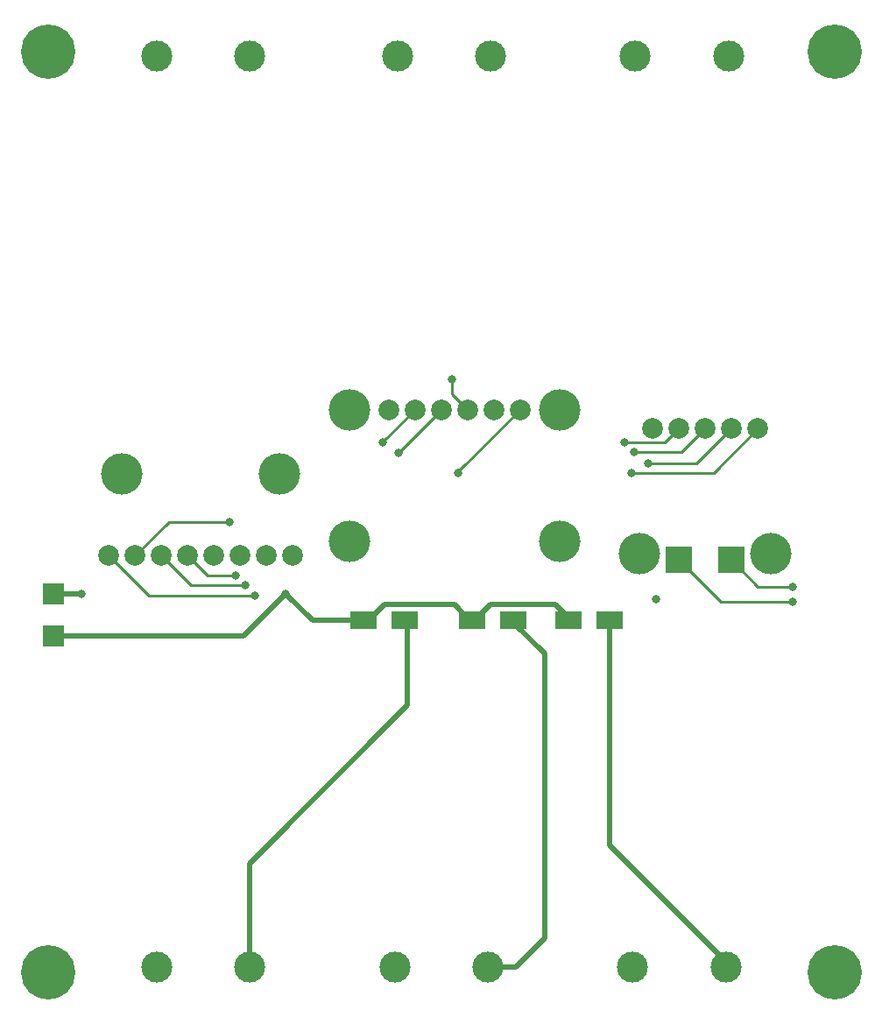
<source format=gbr>
%TF.GenerationSoftware,KiCad,Pcbnew,(5.1.10)-1*%
%TF.CreationDate,2022-06-07T20:11:27-07:00*%
%TF.ProjectId,solar-panel-NoCutout,736f6c61-722d-4706-916e-656c2d4e6f43,1.0*%
%TF.SameCoordinates,Original*%
%TF.FileFunction,Copper,L1,Top*%
%TF.FilePolarity,Positive*%
%FSLAX46Y46*%
G04 Gerber Fmt 4.6, Leading zero omitted, Abs format (unit mm)*
G04 Created by KiCad (PCBNEW (5.1.10)-1) date 2022-06-07 20:11:27*
%MOMM*%
%LPD*%
G01*
G04 APERTURE LIST*
%TA.AperFunction,SMDPad,CuDef*%
%ADD10R,2.000000X2.000000*%
%TD*%
%TA.AperFunction,SMDPad,CuDef*%
%ADD11C,4.000000*%
%TD*%
%TA.AperFunction,SMDPad,CuDef*%
%ADD12C,2.000000*%
%TD*%
%TA.AperFunction,ComponentPad*%
%ADD13C,5.250000*%
%TD*%
%TA.AperFunction,SMDPad,CuDef*%
%ADD14R,2.500000X2.500000*%
%TD*%
%TA.AperFunction,ComponentPad*%
%ADD15C,3.000000*%
%TD*%
%TA.AperFunction,SMDPad,CuDef*%
%ADD16R,2.500000X1.700000*%
%TD*%
%TA.AperFunction,ViaPad*%
%ADD17C,0.800000*%
%TD*%
%TA.AperFunction,Conductor*%
%ADD18C,0.250000*%
%TD*%
%TA.AperFunction,Conductor*%
%ADD19C,0.500000*%
%TD*%
G04 APERTURE END LIST*
D10*
%TO.P,J7,1*%
%TO.N,VSOLAR*%
X107000000Y-126800000D03*
%TD*%
%TO.P,J6,1*%
%TO.N,GND*%
X107000000Y-122750000D03*
%TD*%
D11*
%TO.P,U1,7*%
%TO.N,Net-(U1-Pad7)*%
X155910000Y-117600000D03*
%TO.P,U1,8*%
%TO.N,Net-(U1-Pad8)*%
X135590000Y-117600000D03*
%TO.P,U1,9*%
%TO.N,Net-(U1-Pad9)*%
X155910000Y-104900000D03*
D12*
%TO.P,U1,2*%
%TO.N,Net-(U1-Pad2)*%
X149560000Y-104900000D03*
%TO.P,U1,3*%
%TO.N,GND*%
X147020000Y-104900000D03*
%TO.P,U1,1*%
%TO.N,+3V3*%
X152100000Y-104900000D03*
%TO.P,U1,6*%
%TO.N,Net-(U1-Pad6)*%
X139400000Y-104900000D03*
%TO.P,U1,5*%
%TO.N,SDA*%
X141940000Y-104900000D03*
%TO.P,U1,4*%
%TO.N,SCL*%
X144480000Y-104900000D03*
D11*
%TO.P,U1,10*%
%TO.N,Net-(U1-Pad10)*%
X135590000Y-104900000D03*
%TD*%
D13*
%TO.P,J2,1*%
%TO.N,Net-(J2-Pad1)*%
X106500000Y-70300000D03*
%TD*%
%TO.P,J5,1*%
%TO.N,Net-(J5-Pad1)*%
X182500000Y-159300000D03*
%TD*%
%TO.P,J4,1*%
%TO.N,Net-(J4-Pad1)*%
X182500000Y-70300000D03*
%TD*%
%TO.P,J3,1*%
%TO.N,Net-(J3-Pad1)*%
X106500000Y-159300000D03*
%TD*%
D11*
%TO.P,U3,9*%
%TO.N,Net-(U3-Pad9)*%
X113630000Y-111126000D03*
%TO.P,U3,10*%
%TO.N,Net-(U3-Pad10)*%
X128870000Y-111126000D03*
D12*
%TO.P,U3,3*%
%TO.N,SCL*%
X117440000Y-119000000D03*
%TO.P,U3,4*%
%TO.N,SDA*%
X119980000Y-119000000D03*
%TO.P,U3,1*%
%TO.N,+3V3*%
X112360000Y-119000000D03*
%TO.P,U3,2*%
%TO.N,GND*%
X114900000Y-119000000D03*
%TO.P,U3,8*%
%TO.N,Net-(U3-Pad8)*%
X130140000Y-119000000D03*
%TO.P,U3,7*%
%TO.N,Net-(U3-Pad7)*%
X127600000Y-119000000D03*
%TO.P,U3,6*%
%TO.N,Net-(U3-Pad6)*%
X125060000Y-119000000D03*
%TO.P,U3,5*%
%TO.N,Net-(U3-Pad5)*%
X122520000Y-119000000D03*
%TD*%
D14*
%TO.P,U2,7*%
%TO.N,Net-(U2-Pad6)*%
X167460000Y-119450000D03*
%TO.P,U2,6*%
X172540000Y-119450000D03*
D11*
%TO.P,U2,9*%
%TO.N,Net-(U2-Pad9)*%
X163650000Y-118815000D03*
%TO.P,U2,8*%
%TO.N,Net-(U2-Pad8)*%
X176350000Y-118815000D03*
D12*
%TO.P,U2,1*%
%TO.N,+3V3*%
X175080000Y-106750000D03*
%TO.P,U2,2*%
%TO.N,GND*%
X172540000Y-106750000D03*
%TO.P,U2,5*%
%TO.N,Net-(U2-Pad5)*%
X164920000Y-106750000D03*
%TO.P,U2,4*%
%TO.N,SDA*%
X167460000Y-106750000D03*
%TO.P,U2,3*%
%TO.N,SCL*%
X170000000Y-106750000D03*
%TD*%
D15*
%TO.P,SC6,2*%
%TO.N,GND*%
X172250000Y-70750000D03*
%TO.P,SC6,1*%
%TO.N,Net-(SC5-Pad2)*%
X163250000Y-70750000D03*
%TD*%
%TO.P,SC5,2*%
%TO.N,Net-(SC5-Pad2)*%
X163000000Y-158750000D03*
%TO.P,SC5,1*%
%TO.N,Net-(D3-Pad2)*%
X172000000Y-158750000D03*
%TD*%
%TO.P,SC4,2*%
%TO.N,GND*%
X149250000Y-70750000D03*
%TO.P,SC4,1*%
%TO.N,Net-(SC3-Pad2)*%
X140250000Y-70750000D03*
%TD*%
%TO.P,SC3,2*%
%TO.N,Net-(SC3-Pad2)*%
X140000000Y-158750000D03*
%TO.P,SC3,1*%
%TO.N,Net-(D2-Pad2)*%
X149000000Y-158750000D03*
%TD*%
%TO.P,SC2,2*%
%TO.N,GND*%
X126000000Y-70750000D03*
%TO.P,SC2,1*%
%TO.N,Net-(SC1-Pad2)*%
X117000000Y-70750000D03*
%TD*%
%TO.P,SC1,2*%
%TO.N,Net-(SC1-Pad2)*%
X117000000Y-158750000D03*
%TO.P,SC1,1*%
%TO.N,Net-(D1-Pad2)*%
X126000000Y-158750000D03*
%TD*%
D16*
%TO.P,D3,2*%
%TO.N,Net-(D3-Pad2)*%
X160750000Y-125250000D03*
%TO.P,D3,1*%
%TO.N,VSOLAR*%
X156750000Y-125250000D03*
%TD*%
%TO.P,D2,2*%
%TO.N,Net-(D2-Pad2)*%
X151500000Y-125250000D03*
%TO.P,D2,1*%
%TO.N,VSOLAR*%
X147500000Y-125250000D03*
%TD*%
%TO.P,D1,2*%
%TO.N,Net-(D1-Pad2)*%
X141000000Y-125250000D03*
%TO.P,D1,1*%
%TO.N,VSOLAR*%
X137000000Y-125250000D03*
%TD*%
D17*
%TO.N,GND*%
X124000000Y-115750000D03*
X145500000Y-102000000D03*
X164465000Y-110109000D03*
X109750000Y-122750000D03*
%TO.N,+3V3*%
X162877500Y-110998000D03*
X146113500Y-110998000D03*
X126499999Y-122864501D03*
%TO.N,VSOLAR*%
X129476500Y-122682000D03*
%TO.N,SDA*%
X162177001Y-108075001D03*
X138876499Y-108075001D03*
X124587000Y-120967500D03*
%TO.N,SCL*%
X163131500Y-109029500D03*
X140335000Y-109045000D03*
X125564504Y-121894996D03*
%TO.N,Net-(U2-Pad6)*%
X165250000Y-123250000D03*
X178500000Y-122000000D03*
X178500000Y-123500000D03*
%TD*%
D18*
%TO.N,GND*%
X145500000Y-102000000D02*
X145500000Y-102000000D01*
X145500000Y-102130000D02*
X145500000Y-102000000D01*
X118150000Y-115750000D02*
X124000000Y-115750000D01*
X114900000Y-119000000D02*
X118150000Y-115750000D01*
X145500000Y-103380000D02*
X145500000Y-102000000D01*
X147020000Y-104900000D02*
X145500000Y-103380000D01*
X172540000Y-106750000D02*
X169181000Y-110109000D01*
X169181000Y-110109000D02*
X164465000Y-110109000D01*
X164465000Y-110109000D02*
X164465000Y-110109000D01*
D19*
X107000000Y-122750000D02*
X109750000Y-122750000D01*
X109750000Y-122750000D02*
X109750000Y-122750000D01*
D18*
%TO.N,+3V3*%
X116254997Y-122894997D02*
X112360000Y-119000000D01*
X126355003Y-122894997D02*
X116254997Y-122894997D01*
X175080000Y-106750000D02*
X170832000Y-110998000D01*
X170832000Y-110998000D02*
X162877500Y-110998000D01*
X162877500Y-110998000D02*
X162877500Y-110998000D01*
X152100000Y-104900000D02*
X146129000Y-110871000D01*
D19*
%TO.N,VSOLAR*%
X137250000Y-125500000D02*
X136250000Y-125500000D01*
X139000000Y-123750000D02*
X137250000Y-125500000D01*
X145750000Y-123750000D02*
X139000000Y-123750000D01*
X147500000Y-125500000D02*
X145750000Y-123750000D01*
X156750000Y-125500000D02*
X156750000Y-125000000D01*
X156750000Y-125000000D02*
X155500000Y-123750000D01*
X149250000Y-123750000D02*
X147500000Y-125500000D01*
X155500000Y-123750000D02*
X149250000Y-123750000D01*
X137000000Y-125250000D02*
X132044500Y-125250000D01*
X132044500Y-125250000D02*
X129476500Y-122682000D01*
X129476500Y-122682000D02*
X129476500Y-122682000D01*
X125358500Y-126800000D02*
X107000000Y-126800000D01*
X129476500Y-122682000D02*
X125358500Y-126800000D01*
%TO.N,Net-(D1-Pad2)*%
X126000000Y-148750000D02*
X126000000Y-158750000D01*
X141250000Y-133500000D02*
X126000000Y-148750000D01*
X141250000Y-125500000D02*
X141250000Y-133500000D01*
%TO.N,Net-(D2-Pad2)*%
X154500000Y-128500000D02*
X151500000Y-125500000D01*
X154500000Y-156000000D02*
X154500000Y-128500000D01*
X151750000Y-158750000D02*
X154500000Y-156000000D01*
X149000000Y-158750000D02*
X151750000Y-158750000D01*
D18*
%TO.N,SDA*%
X166134999Y-108075001D02*
X162177001Y-108075001D01*
X167460000Y-106750000D02*
X166134999Y-108075001D01*
X162177001Y-108075001D02*
X162177001Y-108075001D01*
X141940000Y-104900000D02*
X138826500Y-108013500D01*
X119980000Y-119000000D02*
X121947500Y-120967500D01*
X121947500Y-120967500D02*
X124523500Y-120967500D01*
%TO.N,SCL*%
X120334996Y-121894996D02*
X117440000Y-119000000D01*
X170000000Y-106750000D02*
X167720500Y-109029500D01*
X167720500Y-109029500D02*
X163131500Y-109029500D01*
X163131500Y-109029500D02*
X163131500Y-109029500D01*
X120334996Y-121894996D02*
X124929504Y-121894996D01*
X144480000Y-104900000D02*
X140335000Y-109045000D01*
X140335000Y-109045000D02*
X140335000Y-109045000D01*
X124929504Y-121894996D02*
X125564504Y-121894996D01*
X125564504Y-121894996D02*
X125564504Y-121894996D01*
%TO.N,Net-(U2-Pad6)*%
X178500000Y-123500000D02*
X178500000Y-123500000D01*
X175090000Y-122000000D02*
X178500000Y-122000000D01*
X172540000Y-119450000D02*
X175090000Y-122000000D01*
X171510000Y-123500000D02*
X178500000Y-123500000D01*
X167460000Y-119450000D02*
X171510000Y-123500000D01*
D19*
%TO.N,Net-(D3-Pad2)*%
X160750000Y-147000000D02*
X172000000Y-158250000D01*
X160750000Y-125500000D02*
X160750000Y-147000000D01*
%TD*%
M02*

</source>
